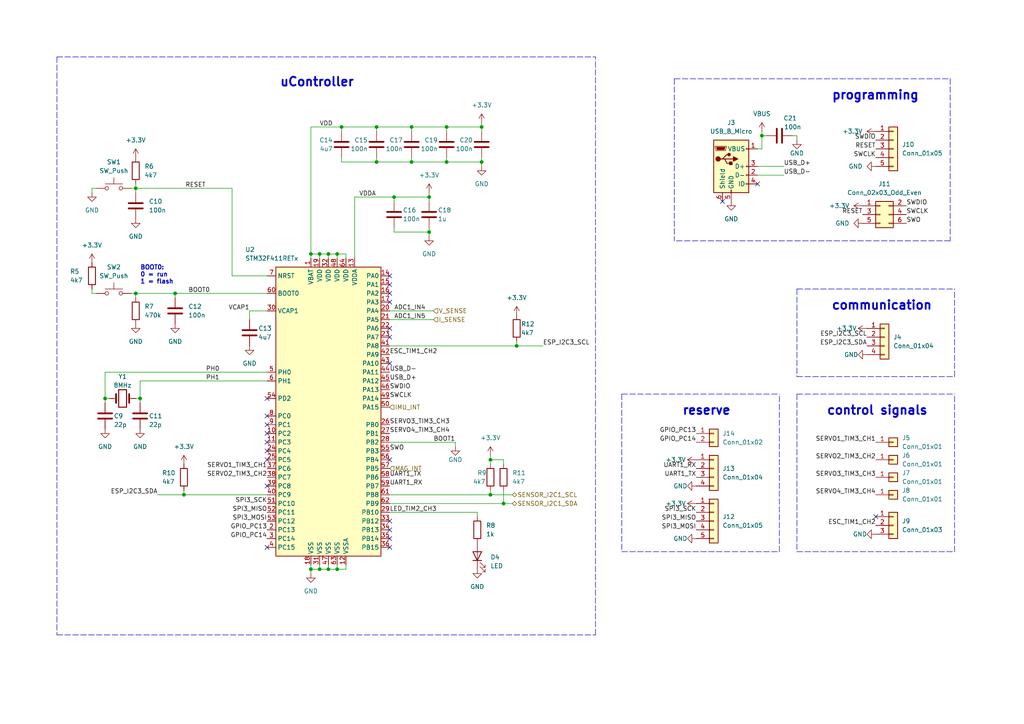
<source format=kicad_sch>
(kicad_sch (version 20211123) (generator eeschema)
  (paper "A4")
  (lib_symbols
    (symbol "Connector:USB_B_Micro" (pin_names (offset 1.016))
      (property "Reference" "J" (at -5.08 11.43 0))
      (property "Value" "USB_B_Micro" (at -5.08 8.89 0))
      (symbol "USB_B_Micro_0_1"
        (rectangle (start -5.08 -7.62) (end 5.08 7.62) (stroke (width 0.254)) (fill (type background)))
        (circle (center -3.81 2.159) (radius 0.635) (stroke (width 0.254)) (fill (type outline)))
        (circle (center -0.635 3.429) (radius 0.381) (stroke (width 0.254)) (fill (type outline)))
        (rectangle (start -0.127 -7.62) (end 0.127 -6.858))
        (polyline (pts (xy -1.905 2.159) (xy 0.635 2.159)) (stroke (width 0.254)))
        (polyline (pts (xy -3.175 2.159) (xy -2.54 2.159) (xy -1.27 3.429) (xy -0.635 3.429)) (stroke (width 0.254)))
        (polyline (pts (xy -2.54 2.159) (xy -1.905 2.159) (xy -1.27 0.889) (xy 0 0.889)) (stroke (width 0.254)))
        (polyline (pts (xy 0.635 2.794) (xy 0.635 1.524) (xy 1.905 2.159) (xy 0.635 2.794)) (stroke (width 0.254)) (fill (type outline)))
        (polyline (pts (xy -4.318 5.588) (xy -1.778 5.588) (xy -2.032 4.826) (xy -4.064 4.826) (xy -4.318 5.588)) (fill (type outline)))
        (polyline (pts (xy -4.699 5.842) (xy -4.699 5.588) (xy -4.445 4.826) (xy -4.445 4.572) (xy -1.651 4.572) (xy -1.651 4.826) (xy -1.397 5.588) (xy -1.397 5.842) (xy -4.699 5.842)))
        (rectangle (start 0.254 1.27) (end -0.508 0.508) (stroke (width 0.254)) (fill (type outline)))
        (rectangle (start 5.08 -5.207) (end 4.318 -4.953))
        (rectangle (start 5.08 -2.667) (end 4.318 -2.413))
        (rectangle (start 5.08 -0.127) (end 4.318 0.127))
        (rectangle (start 5.08 4.953) (end 4.318 5.207))
      )
      (symbol "USB_B_Micro_1_1"
        (pin power_out line (at 7.62 5.08 180) (length 2.54) (name "VBUS") (number "1"))
        (pin bidirectional line (at 7.62 -2.54 180) (length 2.54) (name "D-") (number "2"))
        (pin bidirectional line (at 7.62 0 180) (length 2.54) (name "D+") (number "3"))
        (pin passive line (at 7.62 -5.08 180) (length 2.54) (name "ID") (number "4"))
        (pin power_out line (at 0 -10.16 90) (length 2.54) (name "GND") (number "5"))
        (pin passive line (at -2.54 -10.16 90) (length 2.54) (name "Shield") (number "6"))
      )
    )
    (symbol "Connector_Generic:Conn_01x01" (pin_names (offset 1.016) hide)
      (property "Reference" "J" (at 0 2.54 0))
      (property "Value" "Conn_01x01" (at 0 -2.54 0))
      (symbol "Conn_01x01_1_1"
        (rectangle (start -1.27 0.127) (end 0 -0.127) (stroke (width 0.1524)))
        (rectangle (start -1.27 1.27) (end 1.27 -1.27) (stroke (width 0.254)) (fill (type background)))
        (pin passive line (at -5.08 0 0) (length 3.81) (name "Pin_1") (number "1"))
      )
    )
    (symbol "Connector_Generic:Conn_01x02" (pin_names (offset 1.016) hide)
      (property "Reference" "J" (at 0 2.54 0))
      (property "Value" "Conn_01x02" (at 0 -5.08 0))
      (symbol "Conn_01x02_1_1"
        (rectangle (start -1.27 -2.413) (end 0 -2.667) (stroke (width 0.1524)))
        (rectangle (start -1.27 0.127) (end 0 -0.127) (stroke (width 0.1524)))
        (rectangle (start -1.27 1.27) (end 1.27 -3.81) (stroke (width 0.254)) (fill (type background)))
        (pin passive line (at -5.08 0 0) (length 3.81) (name "Pin_1") (number "1"))
        (pin passive line (at -5.08 -2.54 0) (length 3.81) (name "Pin_2") (number "2"))
      )
    )
    (symbol "Connector_Generic:Conn_01x03" (pin_names (offset 1.016) hide)
      (property "Reference" "J" (at 0 5.08 0))
      (property "Value" "Conn_01x03" (at 0 -5.08 0))
      (symbol "Conn_01x03_1_1"
        (rectangle (start -1.27 -2.413) (end 0 -2.667) (stroke (width 0.1524)))
        (rectangle (start -1.27 0.127) (end 0 -0.127) (stroke (width 0.1524)))
        (rectangle (start -1.27 2.667) (end 0 2.413) (stroke (width 0.1524)))
        (rectangle (start -1.27 3.81) (end 1.27 -3.81) (stroke (width 0.254)) (fill (type background)))
        (pin passive line (at -5.08 2.54 0) (length 3.81) (name "Pin_1") (number "1"))
        (pin passive line (at -5.08 0 0) (length 3.81) (name "Pin_2") (number "2"))
        (pin passive line (at -5.08 -2.54 0) (length 3.81) (name "Pin_3") (number "3"))
      )
    )
    (symbol "Connector_Generic:Conn_01x04" (pin_names (offset 1.016) hide)
      (property "Reference" "J" (at 0 5.08 0))
      (property "Value" "Conn_01x04" (at 0 -7.62 0))
      (symbol "Conn_01x04_1_1"
        (rectangle (start -1.27 -4.953) (end 0 -5.207) (stroke (width 0.1524)))
        (rectangle (start -1.27 -2.413) (end 0 -2.667) (stroke (width 0.1524)))
        (rectangle (start -1.27 0.127) (end 0 -0.127) (stroke (width 0.1524)))
        (rectangle (start -1.27 2.667) (end 0 2.413) (stroke (width 0.1524)))
        (rectangle (start -1.27 3.81) (end 1.27 -6.35) (stroke (width 0.254)) (fill (type background)))
        (pin passive line (at -5.08 2.54 0) (length 3.81) (name "Pin_1") (number "1"))
        (pin passive line (at -5.08 0 0) (length 3.81) (name "Pin_2") (number "2"))
        (pin passive line (at -5.08 -2.54 0) (length 3.81) (name "Pin_3") (number "3"))
        (pin passive line (at -5.08 -5.08 0) (length 3.81) (name "Pin_4") (number "4"))
      )
    )
    (symbol "Connector_Generic:Conn_01x05" (pin_names (offset 1.016) hide)
      (property "Reference" "J" (at 0 7.62 0))
      (property "Value" "Conn_01x05" (at 0 -7.62 0))
      (symbol "Conn_01x05_1_1"
        (rectangle (start -1.27 -4.953) (end 0 -5.207) (stroke (width 0.1524)))
        (rectangle (start -1.27 -2.413) (end 0 -2.667) (stroke (width 0.1524)))
        (rectangle (start -1.27 0.127) (end 0 -0.127) (stroke (width 0.1524)))
        (rectangle (start -1.27 2.667) (end 0 2.413) (stroke (width 0.1524)))
        (rectangle (start -1.27 5.207) (end 0 4.953) (stroke (width 0.1524)))
        (rectangle (start -1.27 6.35) (end 1.27 -6.35) (stroke (width 0.254)) (fill (type background)))
        (pin passive line (at -5.08 5.08 0) (length 3.81) (name "Pin_1") (number "1"))
        (pin passive line (at -5.08 2.54 0) (length 3.81) (name "Pin_2") (number "2"))
        (pin passive line (at -5.08 0 0) (length 3.81) (name "Pin_3") (number "3"))
        (pin passive line (at -5.08 -2.54 0) (length 3.81) (name "Pin_4") (number "4"))
        (pin passive line (at -5.08 -5.08 0) (length 3.81) (name "Pin_5") (number "5"))
      )
    )
    (symbol "Connector_Generic:Conn_02x03_Odd_Even" (pin_names (offset 1.016) hide)
      (property "Reference" "J" (at 1.27 5.08 0))
      (property "Value" "Conn_02x03_Odd_Even" (at 1.27 -5.08 0))
      (symbol "Conn_02x03_Odd_Even_1_1"
        (rectangle (start -1.27 -2.413) (end 0 -2.667) (stroke (width 0.1524)))
        (rectangle (start -1.27 0.127) (end 0 -0.127) (stroke (width 0.1524)))
        (rectangle (start -1.27 2.667) (end 0 2.413) (stroke (width 0.1524)))
        (rectangle (start -1.27 3.81) (end 3.81 -3.81) (stroke (width 0.254)) (fill (type background)))
        (rectangle (start 3.81 -2.413) (end 2.54 -2.667) (stroke (width 0.1524)))
        (rectangle (start 3.81 0.127) (end 2.54 -0.127) (stroke (width 0.1524)))
        (rectangle (start 3.81 2.667) (end 2.54 2.413) (stroke (width 0.1524)))
        (pin passive line (at -5.08 2.54 0) (length 3.81) (name "Pin_1") (number "1"))
        (pin passive line (at 7.62 2.54 180) (length 3.81) (name "Pin_2") (number "2"))
        (pin passive line (at -5.08 0 0) (length 3.81) (name "Pin_3") (number "3"))
        (pin passive line (at 7.62 0 180) (length 3.81) (name "Pin_4") (number "4"))
        (pin passive line (at -5.08 -2.54 0) (length 3.81) (name "Pin_5") (number "5"))
        (pin passive line (at 7.62 -2.54 180) (length 3.81) (name "Pin_6") (number "6"))
      )
    )
    (symbol "Device:C" (pin_numbers hide) (pin_names (offset 0.254))
      (property "Reference" "C" (at 0.635 2.54 0))
      (property "Value" "C" (at 0.635 -2.54 0))
      (symbol "C_0_1"
        (polyline (pts (xy -2.032 -0.762) (xy 2.032 -0.762)) (stroke (width 0.508)))
        (polyline (pts (xy -2.032 0.762) (xy 2.032 0.762)) (stroke (width 0.508)))
      )
      (symbol "C_1_1"
        (pin passive line (at 0 3.81 270) (length 2.794) (name "~") (number "1"))
        (pin passive line (at 0 -3.81 90) (length 2.794) (name "~") (number "2"))
      )
    )
    (symbol "Device:Crystal" (pin_numbers hide) (pin_names (offset 1.016) hide)
      (property "Reference" "Y" (at 0 3.81 0))
      (property "Value" "Crystal" (at 0 -3.81 0))
      (symbol "Crystal_0_1"
        (rectangle (start -1.143 2.54) (end 1.143 -2.54) (stroke (width 0.3048)))
        (polyline (pts (xy -2.54 0) (xy -1.905 0)))
        (polyline (pts (xy -1.905 -1.27) (xy -1.905 1.27)) (stroke (width 0.508)))
        (polyline (pts (xy 1.905 -1.27) (xy 1.905 1.27)) (stroke (width 0.508)))
        (polyline (pts (xy 2.54 0) (xy 1.905 0)))
      )
      (symbol "Crystal_1_1"
        (pin passive line (at -3.81 0 0) (length 1.27) (name "1") (number "1"))
        (pin passive line (at 3.81 0 180) (length 1.27) (name "2") (number "2"))
      )
    )
    (symbol "Device:LED" (pin_numbers hide) (pin_names (offset 1.016) hide)
      (property "Reference" "D" (at 0 2.54 0))
      (property "Value" "LED" (at 0 -2.54 0))
      (symbol "LED_0_1"
        (polyline (pts (xy -1.27 -1.27) (xy -1.27 1.27)) (stroke (width 0.254)))
        (polyline (pts (xy -1.27 0) (xy 1.27 0)))
        (polyline (pts (xy 1.27 -1.27) (xy 1.27 1.27) (xy -1.27 0) (xy 1.27 -1.27)) (stroke (width 0.254)))
        (polyline (pts (xy -3.048 -0.762) (xy -4.572 -2.286) (xy -3.81 -2.286) (xy -4.572 -2.286) (xy -4.572 -1.524)))
        (polyline (pts (xy -1.778 -0.762) (xy -3.302 -2.286) (xy -2.54 -2.286) (xy -3.302 -2.286) (xy -3.302 -1.524)))
      )
      (symbol "LED_1_1"
        (pin passive line (at -3.81 0 0) (length 2.54) (name "K") (number "1"))
        (pin passive line (at 3.81 0 180) (length 2.54) (name "A") (number "2"))
      )
    )
    (symbol "Device:R" (pin_numbers hide) (pin_names (offset 0))
      (property "Reference" "R" (at 2.032 0 90))
      (property "Value" "R" (at 0 0 90))
      (symbol "R_0_1"
        (rectangle (start -1.016 -2.54) (end 1.016 2.54) (stroke (width 0.254)))
      )
      (symbol "R_1_1"
        (pin passive line (at 0 3.81 270) (length 1.27) (name "~") (number "1"))
        (pin passive line (at 0 -3.81 90) (length 1.27) (name "~") (number "2"))
      )
    )
    (symbol "MCU_ST_STM32F4:STM32F411RETx"
      (property "Reference" "U" (at -15.24 41.91 0))
      (property "Value" "STM32F411RETx" (at 10.16 41.91 0))
      (symbol "STM32F411RETx_0_1"
        (rectangle (start -15.24 -43.18) (end 15.24 40.64) (stroke (width 0.254)) (fill (type background)))
      )
      (symbol "STM32F411RETx_1_1"
        (pin power_in line (at -5.08 43.18 270) (length 2.54) (name "VBAT") (number "1"))
        (pin bidirectional line (at -17.78 -7.62 0) (length 2.54) (name "PC2") (number "10"))
        (pin bidirectional line (at -17.78 -10.16 0) (length 2.54) (name "PC3") (number "11"))
        (pin power_in line (at 5.08 -45.72 90) (length 2.54) (name "VSSA") (number "12"))
        (pin power_in line (at 7.62 43.18 270) (length 2.54) (name "VDDA") (number "13"))
        (pin bidirectional line (at 17.78 38.1 180) (length 2.54) (name "PA0") (number "14"))
        (pin bidirectional line (at 17.78 35.56 180) (length 2.54) (name "PA1") (number "15"))
        (pin bidirectional line (at 17.78 33.02 180) (length 2.54) (name "PA2") (number "16"))
        (pin bidirectional line (at 17.78 30.48 180) (length 2.54) (name "PA3") (number "17"))
        (pin power_in line (at -5.08 -45.72 90) (length 2.54) (name "VSS") (number "18"))
        (pin power_in line (at -2.54 43.18 270) (length 2.54) (name "VDD") (number "19"))
        (pin bidirectional line (at -17.78 -35.56 0) (length 2.54) (name "PC13") (number "2"))
        (pin bidirectional line (at 17.78 27.94 180) (length 2.54) (name "PA4") (number "20"))
        (pin bidirectional line (at 17.78 25.4 180) (length 2.54) (name "PA5") (number "21"))
        (pin bidirectional line (at 17.78 22.86 180) (length 2.54) (name "PA6") (number "22"))
        (pin bidirectional line (at 17.78 20.32 180) (length 2.54) (name "PA7") (number "23"))
        (pin bidirectional line (at -17.78 -12.7 0) (length 2.54) (name "PC4") (number "24"))
        (pin bidirectional line (at -17.78 -15.24 0) (length 2.54) (name "PC5") (number "25"))
        (pin bidirectional line (at 17.78 -5.08 180) (length 2.54) (name "PB0") (number "26"))
        (pin bidirectional line (at 17.78 -7.62 180) (length 2.54) (name "PB1") (number "27"))
        (pin bidirectional line (at 17.78 -10.16 180) (length 2.54) (name "PB2") (number "28"))
        (pin bidirectional line (at 17.78 -30.48 180) (length 2.54) (name "PB10") (number "29"))
        (pin bidirectional line (at -17.78 -38.1 0) (length 2.54) (name "PC14") (number "3"))
        (pin power_in line (at -17.78 27.94 0) (length 2.54) (name "VCAP1") (number "30"))
        (pin power_in line (at -2.54 -45.72 90) (length 2.54) (name "VSS") (number "31"))
        (pin power_in line (at 0 43.18 270) (length 2.54) (name "VDD") (number "32"))
        (pin bidirectional line (at 17.78 -33.02 180) (length 2.54) (name "PB12") (number "33"))
        (pin bidirectional line (at 17.78 -35.56 180) (length 2.54) (name "PB13") (number "34"))
        (pin bidirectional line (at 17.78 -38.1 180) (length 2.54) (name "PB14") (number "35"))
        (pin bidirectional line (at 17.78 -40.64 180) (length 2.54) (name "PB15") (number "36"))
        (pin bidirectional line (at -17.78 -17.78 0) (length 2.54) (name "PC6") (number "37"))
        (pin bidirectional line (at -17.78 -20.32 0) (length 2.54) (name "PC7") (number "38"))
        (pin bidirectional line (at -17.78 -22.86 0) (length 2.54) (name "PC8") (number "39"))
        (pin bidirectional line (at -17.78 -40.64 0) (length 2.54) (name "PC15") (number "4"))
        (pin bidirectional line (at -17.78 -25.4 0) (length 2.54) (name "PC9") (number "40"))
        (pin bidirectional line (at 17.78 17.78 180) (length 2.54) (name "PA8") (number "41"))
        (pin bidirectional line (at 17.78 15.24 180) (length 2.54) (name "PA9") (number "42"))
        (pin bidirectional line (at 17.78 12.7 180) (length 2.54) (name "PA10") (number "43"))
        (pin bidirectional line (at 17.78 10.16 180) (length 2.54) (name "PA11") (number "44"))
        (pin bidirectional line (at 17.78 7.62 180) (length 2.54) (name "PA12") (number "45"))
        (pin bidirectional line (at 17.78 5.08 180) (length 2.54) (name "PA13") (number "46"))
        (pin power_in line (at 0 -45.72 90) (length 2.54) (name "VSS") (number "47"))
        (pin power_in line (at 2.54 43.18 270) (length 2.54) (name "VDD") (number "48"))
        (pin bidirectional line (at 17.78 2.54 180) (length 2.54) (name "PA14") (number "49"))
        (pin input line (at -17.78 10.16 0) (length 2.54) (name "PH0") (number "5"))
        (pin bidirectional line (at 17.78 0 180) (length 2.54) (name "PA15") (number "50"))
        (pin bidirectional line (at -17.78 -27.94 0) (length 2.54) (name "PC10") (number "51"))
        (pin bidirectional line (at -17.78 -30.48 0) (length 2.54) (name "PC11") (number "52"))
        (pin bidirectional line (at -17.78 -33.02 0) (length 2.54) (name "PC12") (number "53"))
        (pin bidirectional line (at -17.78 2.54 0) (length 2.54) (name "PD2") (number "54"))
        (pin bidirectional line (at 17.78 -12.7 180) (length 2.54) (name "PB3") (number "55"))
        (pin bidirectional line (at 17.78 -15.24 180) (length 2.54) (name "PB4") (number "56"))
        (pin bidirectional line (at 17.78 -17.78 180) (length 2.54) (name "PB5") (number "57"))
        (pin bidirectional line (at 17.78 -20.32 180) (length 2.54) (name "PB6") (number "58"))
        (pin bidirectional line (at 17.78 -22.86 180) (length 2.54) (name "PB7") (number "59"))
        (pin input line (at -17.78 7.62 0) (length 2.54) (name "PH1") (number "6"))
        (pin input line (at -17.78 33.02 0) (length 2.54) (name "BOOT0") (number "60"))
        (pin bidirectional line (at 17.78 -25.4 180) (length 2.54) (name "PB8") (number "61"))
        (pin bidirectional line (at 17.78 -27.94 180) (length 2.54) (name "PB9") (number "62"))
        (pin power_in line (at 2.54 -45.72 90) (length 2.54) (name "VSS") (number "63"))
        (pin power_in line (at 5.08 43.18 270) (length 2.54) (name "VDD") (number "64"))
        (pin input line (at -17.78 38.1 0) (length 2.54) (name "NRST") (number "7"))
        (pin bidirectional line (at -17.78 -2.54 0) (length 2.54) (name "PC0") (number "8"))
        (pin bidirectional line (at -17.78 -5.08 0) (length 2.54) (name "PC1") (number "9"))
      )
    )
    (symbol "Switch:SW_Push" (pin_numbers hide) (pin_names (offset 1.016) hide)
      (property "Reference" "SW" (at 1.27 2.54 0))
      (property "Value" "SW_Push" (at 0 -1.524 0))
      (symbol "SW_Push_0_1"
        (circle (center -2.032 0) (radius 0.508))
        (polyline (pts (xy 0 1.27) (xy 0 3.048)))
        (polyline (pts (xy 2.54 1.27) (xy -2.54 1.27)))
        (circle (center 2.032 0) (radius 0.508))
        (pin passive line (at -5.08 0 0) (length 2.54) (name "1") (number "1"))
        (pin passive line (at 5.08 0 180) (length 2.54) (name "2") (number "2"))
      )
    )
    (symbol "power:+3.3V" (power) (pin_names (offset 0))
      (property "Value" "+3.3V" (at 0 3.556 0))
      (symbol "+3.3V_0_1"
        (polyline (pts (xy -0.762 1.27) (xy 0 2.54)))
        (polyline (pts (xy 0 0) (xy 0 2.54)))
        (polyline (pts (xy 0 2.54) (xy 0.762 1.27)))
      )
      (symbol "+3.3V_1_1"
        (pin power_in line (at 0 0 90) (length 0) hide (name "+3.3V") (number "1"))
      )
    )
    (symbol "power:GND" (power) (pin_names (offset 0))
      (property "Value" "GND" (at 0 -3.81 0))
      (symbol "GND_0_1"
        (polyline (pts (xy 0 0) (xy 0 -1.27) (xy 1.27 -1.27) (xy 0 -2.54) (xy -1.27 -1.27) (xy 0 -1.27)))
      )
      (symbol "GND_1_1"
        (pin power_in line (at 0 0 270) (length 0) hide (name "GND") (number "1"))
      )
    )
    (symbol "power:VBUS" (power) (pin_names (offset 0))
      (property "Value" "VBUS" (at 0 3.81 0))
      (symbol "VBUS_0_1"
        (polyline (pts (xy -0.762 1.27) (xy 0 2.54)))
        (polyline (pts (xy 0 0) (xy 0 2.54)))
        (polyline (pts (xy 0 2.54) (xy 0.762 1.27)))
      )
      (symbol "VBUS_1_1"
        (pin power_in line (at 0 0 90) (length 0) hide (name "VBUS") (number "1"))
      )
    )
  )
  (junction (at 53.34 143.51))
  (junction (at 124.46 67.31))
  (junction (at 129.54 36.83))
  (junction (at 90.17 165.1))
  (junction (at 109.22 36.83))
  (junction (at 149.86 100.33))
  (junction (at 124.46 57.15))
  (junction (at 139.7 46.99))
  (junction (at 90.17 73.66))
  (junction (at 142.24 133.35))
  (junction (at 119.38 36.83))
  (junction (at 114.3 57.15))
  (junction (at 139.7 36.83))
  (junction (at 142.24 143.51))
  (junction (at 97.79 73.66))
  (junction (at 97.79 165.1))
  (junction (at 50.8 85.09))
  (junction (at 129.54 46.99))
  (junction (at 109.22 46.99))
  (junction (at 92.71 165.1))
  (junction (at 39.37 54.61))
  (junction (at 92.71 73.66))
  (junction (at 220.98 39.37))
  (junction (at 95.25 165.1))
  (junction (at 119.38 46.99))
  (junction (at 40.64 115.57))
  (junction (at 146.05 146.05))
  (junction (at 95.25 73.66))
  (junction (at 30.48 115.57))
  (junction (at 39.37 85.09))
  (junction (at 99.06 36.83))
  (no_connect (at 77.47 125.73))
  (no_connect (at 113.03 105.41))
  (no_connect (at 219.71 53.34))
  (no_connect (at 113.03 153.67))
  (no_connect (at 254 149.86))
  (no_connect (at 113.03 151.13))
  (no_connect (at 77.47 123.19))
  (no_connect (at 77.47 130.81))
  (no_connect (at 77.47 158.75))
  (no_connect (at 77.47 140.97))
  (no_connect (at 77.47 115.57))
  (no_connect (at 77.47 128.27))
  (no_connect (at 113.03 133.35))
  (no_connect (at 113.03 95.25))
  (no_connect (at 113.03 97.79))
  (no_connect (at 77.47 133.35))
  (no_connect (at 77.47 120.65))
  (no_connect (at 113.03 85.09))
  (no_connect (at 113.03 82.55))
  (no_connect (at 113.03 80.01))
  (no_connect (at 113.03 87.63))
  (no_connect (at 209.55 58.42))
  (no_connect (at 113.03 156.21))
  (no_connect (at 113.03 158.75))
  (wire (pts (xy 142.24 133.35) (xy 146.05 133.35)))
  (wire (pts (xy 109.22 36.83) (xy 99.06 36.83)))
  (wire (pts (xy 92.71 73.66) (xy 95.25 73.66)))
  (wire (pts (xy 39.37 54.61) (xy 67.31 54.61)))
  (wire (pts (xy 124.46 67.31) (xy 114.3 67.31)))
  (wire (pts (xy 139.7 36.83) (xy 139.7 38.1)))
  (wire (pts (xy 77.47 90.17) (xy 72.39 90.17)))
  (polyline (pts (xy 180.34 114.3) (xy 226.06 114.3)))
  (wire (pts (xy 219.71 48.26) (xy 227.33 48.26)))
  (wire (pts (xy 124.46 57.15) (xy 124.46 58.42)))
  (wire (pts (xy 109.22 46.99) (xy 109.22 45.72)))
  (wire (pts (xy 146.05 146.05) (xy 148.59 146.05)))
  (wire (pts (xy 113.03 143.51) (xy 142.24 143.51)))
  (wire (pts (xy 146.05 146.05) (xy 146.05 142.24)))
  (wire (pts (xy 129.54 36.83) (xy 119.38 36.83)))
  (polyline (pts (xy 172.72 184.15) (xy 172.72 16.51)))
  (polyline (pts (xy 16.51 16.51) (xy 172.72 16.51)))
  (wire (pts (xy 220.98 39.37) (xy 220.98 38.1)))
  (polyline (pts (xy 16.51 16.51) (xy 16.51 184.15)))
  (wire (pts (xy 90.17 74.93) (xy 90.17 73.66)))
  (wire (pts (xy 149.86 99.06) (xy 149.86 100.33)))
  (wire (pts (xy 67.31 54.61) (xy 67.31 80.01)))
  (wire (pts (xy 119.38 36.83) (xy 119.38 38.1)))
  (wire (pts (xy 219.71 43.18) (xy 220.98 43.18)))
  (wire (pts (xy 220.98 39.37) (xy 222.25 39.37)))
  (wire (pts (xy 39.37 85.09) (xy 39.37 86.36)))
  (wire (pts (xy 27.94 54.61) (xy 26.67 54.61)))
  (wire (pts (xy 132.08 128.27) (xy 113.03 128.27)))
  (wire (pts (xy 139.7 48.26) (xy 139.7 46.99)))
  (wire (pts (xy 40.64 110.49) (xy 40.64 115.57)))
  (wire (pts (xy 113.03 100.33) (xy 149.86 100.33)))
  (wire (pts (xy 100.33 165.1) (xy 100.33 163.83)))
  (wire (pts (xy 109.22 36.83) (xy 109.22 38.1)))
  (wire (pts (xy 45.72 143.51) (xy 53.34 143.51)))
  (polyline (pts (xy 180.34 114.3) (xy 180.34 160.02)))
  (wire (pts (xy 27.94 85.09) (xy 26.67 85.09)))
  (wire (pts (xy 100.33 73.66) (xy 100.33 74.93)))
  (polyline (pts (xy 231.14 160.02) (xy 276.86 160.02)))
  (wire (pts (xy 113.03 92.71) (xy 125.73 92.71)))
  (wire (pts (xy 72.39 90.17) (xy 72.39 92.71)))
  (wire (pts (xy 38.1 54.61) (xy 39.37 54.61)))
  (wire (pts (xy 99.06 36.83) (xy 99.06 38.1)))
  (wire (pts (xy 142.24 132.08) (xy 142.24 133.35)))
  (wire (pts (xy 139.7 46.99) (xy 129.54 46.99)))
  (wire (pts (xy 92.71 73.66) (xy 92.71 74.93)))
  (wire (pts (xy 142.24 133.35) (xy 142.24 134.62)))
  (wire (pts (xy 139.7 36.83) (xy 129.54 36.83)))
  (polyline (pts (xy 276.86 109.22) (xy 276.86 83.82)))
  (wire (pts (xy 139.7 35.56) (xy 139.7 36.83)))
  (polyline (pts (xy 276.86 160.02) (xy 276.86 114.3)))
  (wire (pts (xy 95.25 165.1) (xy 95.25 163.83)))
  (wire (pts (xy 149.86 100.33) (xy 157.48 100.33)))
  (wire (pts (xy 97.79 73.66) (xy 100.33 73.66)))
  (wire (pts (xy 102.87 57.15) (xy 114.3 57.15)))
  (wire (pts (xy 90.17 163.83) (xy 90.17 165.1)))
  (wire (pts (xy 90.17 73.66) (xy 92.71 73.66)))
  (wire (pts (xy 90.17 36.83) (xy 90.17 73.66)))
  (wire (pts (xy 113.03 148.59) (xy 138.43 148.59)))
  (wire (pts (xy 119.38 46.99) (xy 119.38 45.72)))
  (wire (pts (xy 129.54 46.99) (xy 119.38 46.99)))
  (wire (pts (xy 40.64 115.57) (xy 40.64 116.84)))
  (wire (pts (xy 53.34 143.51) (xy 77.47 143.51)))
  (wire (pts (xy 114.3 67.31) (xy 114.3 66.04)))
  (wire (pts (xy 53.34 142.24) (xy 53.34 143.51)))
  (wire (pts (xy 90.17 36.83) (xy 99.06 36.83)))
  (wire (pts (xy 119.38 46.99) (xy 109.22 46.99)))
  (wire (pts (xy 124.46 67.31) (xy 124.46 66.04)))
  (wire (pts (xy 102.87 74.93) (xy 102.87 57.15)))
  (polyline (pts (xy 195.58 22.86) (xy 195.58 69.85)))
  (wire (pts (xy 114.3 57.15) (xy 114.3 58.42)))
  (wire (pts (xy 30.48 115.57) (xy 30.48 116.84)))
  (wire (pts (xy 92.71 163.83) (xy 92.71 165.1)))
  (wire (pts (xy 39.37 85.09) (xy 50.8 85.09)))
  (wire (pts (xy 97.79 165.1) (xy 100.33 165.1)))
  (wire (pts (xy 146.05 133.35) (xy 146.05 134.62)))
  (wire (pts (xy 119.38 36.83) (xy 109.22 36.83)))
  (polyline (pts (xy 275.59 22.86) (xy 275.59 69.85)))
  (wire (pts (xy 30.48 107.95) (xy 30.48 115.57)))
  (wire (pts (xy 138.43 148.59) (xy 138.43 149.86)))
  (polyline (pts (xy 275.59 69.85) (xy 195.58 69.85)))
  (polyline (pts (xy 180.34 160.02) (xy 226.06 160.02)))
  (wire (pts (xy 92.71 165.1) (xy 95.25 165.1)))
  (wire (pts (xy 30.48 115.57) (xy 31.75 115.57)))
  (wire (pts (xy 50.8 85.09) (xy 77.47 85.09)))
  (polyline (pts (xy 195.58 22.86) (xy 275.59 22.86)))
  (wire (pts (xy 109.22 46.99) (xy 99.06 46.99)))
  (wire (pts (xy 132.08 129.54) (xy 132.08 128.27)))
  (wire (pts (xy 26.67 85.09) (xy 26.67 83.82)))
  (polyline (pts (xy 231.14 114.3) (xy 276.86 114.3)))
  (wire (pts (xy 231.14 39.37) (xy 231.14 40.64)))
  (wire (pts (xy 229.87 39.37) (xy 231.14 39.37)))
  (wire (pts (xy 95.25 165.1) (xy 97.79 165.1)))
  (wire (pts (xy 124.46 57.15) (xy 124.46 55.88)))
  (polyline (pts (xy 231.14 114.3) (xy 231.14 160.02)))
  (polyline (pts (xy 226.06 160.02) (xy 226.06 114.3)))
  (wire (pts (xy 124.46 68.58) (xy 124.46 67.31)))
  (wire (pts (xy 50.8 85.09) (xy 50.8 86.36)))
  (wire (pts (xy 142.24 143.51) (xy 142.24 142.24)))
  (wire (pts (xy 90.17 165.1) (xy 92.71 165.1)))
  (polyline (pts (xy 231.14 83.82) (xy 276.86 83.82)))
  (wire (pts (xy 67.31 80.01) (xy 77.47 80.01)))
  (wire (pts (xy 114.3 57.15) (xy 124.46 57.15)))
  (wire (pts (xy 77.47 107.95) (xy 30.48 107.95)))
  (wire (pts (xy 77.47 110.49) (xy 40.64 110.49)))
  (wire (pts (xy 97.79 73.66) (xy 97.79 74.93)))
  (wire (pts (xy 97.79 165.1) (xy 97.79 163.83)))
  (polyline (pts (xy 16.51 184.15) (xy 172.72 184.15)))
  (wire (pts (xy 95.25 73.66) (xy 97.79 73.66)))
  (wire (pts (xy 40.64 115.57) (xy 39.37 115.57)))
  (wire (pts (xy 220.98 43.18) (xy 220.98 39.37)))
  (wire (pts (xy 129.54 46.99) (xy 129.54 45.72)))
  (wire (pts (xy 90.17 165.1) (xy 90.17 166.37)))
  (wire (pts (xy 113.03 146.05) (xy 146.05 146.05)))
  (wire (pts (xy 99.06 46.99) (xy 99.06 45.72)))
  (wire (pts (xy 39.37 54.61) (xy 39.37 53.34)))
  (wire (pts (xy 26.67 54.61) (xy 26.67 55.88)))
  (polyline (pts (xy 231.14 83.82) (xy 231.14 109.22)))
  (wire (pts (xy 113.03 90.17) (xy 125.73 90.17)))
  (wire (pts (xy 139.7 46.99) (xy 139.7 45.72)))
  (polyline (pts (xy 231.14 109.22) (xy 276.86 109.22)))
  (wire (pts (xy 219.71 50.8) (xy 227.33 50.8)))
  (wire (pts (xy 39.37 54.61) (xy 39.37 55.88)))
  (wire (pts (xy 129.54 36.83) (xy 129.54 38.1)))
  (wire (pts (xy 38.1 85.09) (xy 39.37 85.09)))
  (wire (pts (xy 95.25 73.66) (xy 95.25 74.93)))
  (wire (pts (xy 142.24 143.51) (xy 148.59 143.51)))
  (text "BOOT0:\n0 = run\n1 = flash" (at 40.64 82.55 0) (effects (font (size 1.27 1.27) (thickness 0.254) bold) (justify left bottom)))
  (text "programming" (at 266.7 29.21 180) (effects (font (size 2.54 2.54) (thickness 0.508) bold) (justify right bottom)))
  (text "uController" (at 102.87 25.4 180) (effects (font (size 2.54 2.54) (thickness 0.508) bold) (justify right bottom)))
  (text "reserve" (at 212.09 120.65 180) (effects (font (size 2.54 2.54) (thickness 0.508) bold) (justify right bottom)))
  (text "communication" (at 270.51 90.17 180) (effects (font (size 2.54 2.54) (thickness 0.508) bold) (justify right bottom)))
  (text "control signals" (at 269.24 120.65 180) (effects (font (size 2.54 2.54) (thickness 0.508) bold) (justify right bottom)))
  (label "GPIO_PC13" (at 201.93 125.73 180))
  (label "UART1_RX" (at 113.03 140.97 0))
  (label "USB_D+" (at 227.33 48.26 0))
  (label "VDDA" (at 104.14 57.15 0))
  (label "ESP_I2C3_SDA" (at 251.46 100.33 180))
  (label "UART1_TX" (at 201.93 138.43 180))
  (label "ESC_TIM1_CH2" (at 113.03 102.87 0))
  (label "RESET" (at 250.19 62.23 180))
  (label "SERVO1_TIM3_CH1" (at 77.47 135.89 180))
  (label "SPI3_MISO" (at 77.47 148.59 180))
  (label "SPI3_SCK" (at 77.47 146.05 180))
  (label "SPI3_MISO" (at 201.93 151.13 180))
  (label "USB_D-" (at 113.03 107.95 0))
  (label "UART1_TX" (at 113.03 138.43 0))
  (label "VCAP1" (at 72.39 90.17 180))
  (label "ADC1_IN5" (at 114.3 92.71 0))
  (label "PH0" (at 59.69 107.95 0))
  (label "SERVO2_TIM3_CH2" (at 77.47 138.43 180))
  (label "SWCLK" (at 254 45.72 180))
  (label "SERVO4_TIM3_CH4" (at 113.03 125.73 0))
  (label "SERVO3_TIM3_CH3" (at 254 138.43 180))
  (label "SERVO2_TIM3_CH2" (at 254 133.35 180))
  (label "SPI3_MOSI" (at 201.93 153.67 180))
  (label "SERVO3_TIM3_CH3" (at 113.03 123.19 0))
  (label "ESP_I2C3_SCL" (at 157.48 100.33 0))
  (label "USB_D+" (at 113.03 110.49 0))
  (label "SWCLK" (at 262.89 62.23 0))
  (label "GPIO_PC13" (at 77.47 153.67 180))
  (label "LED_TIM2_CH3" (at 113.03 148.59 0))
  (label "ESC_TIM1_CH2" (at 254 152.4 180))
  (label "VDD" (at 96.52 36.83 180))
  (label "SERVO1_TIM3_CH1" (at 254 128.27 180))
  (label "SWDIO" (at 254 40.64 180))
  (label "SERVO4_TIM3_CH4" (at 254 143.51 180))
  (label "USB_D-" (at 227.33 50.8 0))
  (label "SPI3_SCK" (at 201.93 148.59 180))
  (label "SWO" (at 113.03 130.81 0))
  (label "UART1_RX" (at 201.93 135.89 180))
  (label "GPIO_PC14" (at 201.93 128.27 180))
  (label "SWDIO" (at 262.89 59.69 0))
  (label "RESET" (at 59.69 54.61 180))
  (label "ESP_I2C3_SCL" (at 251.46 97.79 180))
  (label "ADC1_IN4" (at 114.3 90.17 0))
  (label "ESP_I2C3_SDA" (at 45.72 143.51 180))
  (label "GPIO_PC14" (at 77.47 156.21 180))
  (label "RESET" (at 254 43.18 180))
  (label "SWDIO" (at 113.03 113.03 0))
  (label "SPI3_MOSI" (at 77.47 151.13 180))
  (label "SWO" (at 262.89 64.77 0))
  (label "BOOT0" (at 54.61 85.09 0))
  (label "SWCLK" (at 113.03 115.57 0))
  (label "PH1" (at 59.69 110.49 0))
  (label "BOOT1" (at 125.73 128.27 0))
  (hierarchical_label "I_SENSE" (shape input) (at 125.73 92.71 0))
  (hierarchical_label "SENSOR_I2C1_SCL" (shape bidirectional) (at 148.59 143.51 0))
  (hierarchical_label "V_SENSE" (shape input) (at 125.73 90.17 0))
  (hierarchical_label "IMU_INT" (shape input) (at 113.03 118.11 0))
  (hierarchical_label "MAG_INT" (shape input) (at 113.03 135.89 0))
  (hierarchical_label "SENSOR_I2C1_SDA" (shape bidirectional) (at 148.59 146.05 0))
  (symbol (lib_id "power:GND") (at 250.19 64.77 270) (unit 1)
    (property "Reference" "#PWR0102" (effects hide))
    (property "Value" "GND" (at 246.38 64.7699 90) (effects (justify right)))
  )
  (symbol (lib_id "power:GND") (at 30.48 124.46 0) (unit 1)
    (property "Reference" "#PWR016" (effects hide))
    (property "Value" "GND" (at 30.48 129.54 0))
  )
  (symbol (lib_id "Device:C") (at 119.38 41.91 0) (mirror y) (unit 1)
    (property "Reference" "C17" (at 116.84 40.64 0) (effects (justify left)))
    (property "Value" "100n" (at 116.84 43.18 0) (effects (justify left)))
    (property "Footprint" "Capacitor_SMD:C_0603_1608Metric" (effects hide))
  )
  (symbol (lib_id "Device:C") (at 72.39 96.52 0) (unit 1)
    (property "Reference" "C13" (at 74.93 95.25 0) (effects (justify left)))
    (property "Value" "4u7" (at 74.93 97.79 0) (effects (justify left)))
    (property "Footprint" "Capacitor_SMD:C_0603_1608Metric" (effects hide))
  )
  (symbol (lib_id "Connector_Generic:Conn_01x01") (at 259.08 133.35 0) (unit 1)
    (property "Reference" "J6" (at 261.62 132.0799 0) (effects (justify left)))
    (property "Value" "Conn_01x01" (at 261.62 134.6199 0) (effects (justify left)))
    (property "Footprint" "goose:tht_pin_01x01" (effects hide))
  )
  (symbol (lib_id "Device:C") (at 30.48 120.65 0) (unit 1)
    (property "Reference" "C9" (at 33.02 120.65 0) (effects (justify left)))
    (property "Value" "22p" (at 33.02 123.19 0) (effects (justify left)))
    (property "Footprint" "Capacitor_SMD:C_0603_1608Metric" (effects hide))
  )
  (symbol (lib_id "power:GND") (at 39.37 93.98 0) (unit 1)
    (property "Reference" "#PWR019" (effects hide))
    (property "Value" "GND" (at 39.37 99.06 0))
  )
  (symbol (lib_id "Connector_Generic:Conn_01x03") (at 259.08 152.4 0) (unit 1)
    (property "Reference" "J9" (at 261.62 151.1299 0) (effects (justify left)))
    (property "Value" "Conn_01x03" (at 261.62 153.6699 0) (effects (justify left)))
    (property "Footprint" "goose:tht_pin_01x03" (effects hide))
  )
  (symbol (lib_id "power:+3.3V") (at 149.86 91.44 0) (unit 1)
    (property "Reference" "#PWR031" (effects hide))
    (property "Value" "+3.3V" (at 149.86 86.36 0))
  )
  (symbol (lib_id "Connector_Generic:Conn_01x01") (at 259.08 128.27 0) (unit 1)
    (property "Reference" "J5" (at 261.62 126.9999 0) (effects (justify left)))
    (property "Value" "Conn_01x01" (at 261.62 129.5399 0) (effects (justify left)))
    (property "Footprint" "goose:tht_pin_01x01" (effects hide))
  )
  (symbol (lib_id "power:+3.3V") (at 201.93 146.05 90) (unit 1)
    (property "Reference" "#PWR0103" (effects hide))
    (property "Value" "+3.3V" (at 193.04 146.05 90) (effects (justify right)))
  )
  (symbol (lib_id "power:GND") (at 90.17 166.37 0) (unit 1)
    (property "Reference" "#PWR024" (effects hide))
    (property "Value" "GND" (at 90.17 171.45 0))
  )
  (symbol (lib_id "power:GND") (at 212.09 58.42 0) (unit 1)
    (property "Reference" "#PWR032" (effects hide))
    (property "Value" "GND" (at 212.09 63.5 0))
  )
  (symbol (lib_id "power:+3.3V") (at 142.24 132.08 0) (unit 1)
    (property "Reference" "#PWR030" (effects hide))
    (property "Value" "+3.3V" (at 142.24 127 0))
  )
  (symbol (lib_id "Device:R") (at 142.24 138.43 0) (unit 1)
    (property "Reference" "R9" (at 138.43 137.16 0) (effects (justify left)))
    (property "Value" "4k7" (at 137.16 139.7 0) (effects (justify left)))
    (property "Footprint" "Resistor_SMD:R_0603_1608Metric" (effects hide))
  )
  (symbol (lib_id "power:GND") (at 254 154.94 270) (unit 1)
    (property "Reference" "#PWR035" (effects hide))
    (property "Value" "GND" (at 251.46 154.94 90) (effects (justify right)))
  )
  (symbol (lib_id "Device:C") (at 139.7 41.91 0) (mirror y) (unit 1)
    (property "Reference" "C20" (at 137.16 40.64 0) (effects (justify left)))
    (property "Value" "100n" (at 137.16 43.18 0) (effects (justify left)))
    (property "Footprint" "Capacitor_SMD:C_0603_1608Metric" (effects hide))
  )
  (symbol (lib_id "power:GND") (at 39.37 63.5 0) (unit 1)
    (property "Reference" "#PWR018" (effects hide))
    (property "Value" "GND" (at 39.37 68.58 0))
  )
  (symbol (lib_id "Device:C") (at 226.06 39.37 90) (unit 1)
    (property "Reference" "C21" (at 231.14 34.29 90) (effects (justify left)))
    (property "Value" "100n" (at 232.41 36.83 90) (effects (justify left)))
    (property "Footprint" "Capacitor_SMD:C_0603_1608Metric" (effects hide))
  )
  (symbol (lib_id "power:GND") (at 50.8 93.98 0) (unit 1)
    (property "Reference" "#PWR022" (effects hide))
    (property "Value" "GND" (at 50.8 99.06 0))
  )
  (symbol (lib_id "Connector:USB_B_Micro") (at 212.09 48.26 0) (unit 1)
    (property "Reference" "J3" (at 212.09 35.56 0))
    (property "Value" "USB_B_Micro" (at 212.09 38.1 0))
    (property "Footprint" "goose:usb_micro_B_druk_II" (effects hide))
  )
  (symbol (lib_id "Device:C") (at 124.46 62.23 0) (unit 1)
    (property "Reference" "C18" (at 127 60.96 0) (effects (justify left)))
    (property "Value" "1u" (at 127 63.5 0) (effects (justify left)))
    (property "Footprint" "Capacitor_SMD:C_0603_1608Metric" (effects hide))
  )
  (symbol (lib_id "power:+3.3V") (at 39.37 45.72 0) (unit 1)
    (property "Reference" "#PWR017" (effects hide))
    (property "Value" "+3.3V" (at 39.37 40.64 0))
  )
  (symbol (lib_id "power:GND") (at 201.93 140.97 270) (unit 1)
    (property "Reference" "#PWR059" (effects hide))
    (property "Value" "GND" (at 199.39 140.97 90) (effects (justify right)))
  )
  (symbol (lib_id "power:+3.3V") (at 26.67 76.2 0) (unit 1)
    (property "Reference" "#PWR015" (effects hide))
    (property "Value" "+3.3V" (at 26.67 71.12 0))
  )
  (symbol (lib_id "Device:R") (at 53.34 138.43 0) (unit 1)
    (property "Reference" "R10" (at 46.99 137.16 0) (effects (justify left)))
    (property "Value" "4k7" (at 46.99 139.7 0) (effects (justify left)))
    (property "Footprint" "Resistor_SMD:R_0603_1608Metric" (effects hide))
  )
  (symbol (lib_id "power:GND") (at 132.08 129.54 0) (unit 1)
    (property "Reference" "#PWR027" (effects hide))
    (property "Value" "GND" (at 132.08 133.35 0))
  )
  (symbol (lib_id "Connector_Generic:Conn_01x01") (at 259.08 138.43 0) (unit 1)
    (property "Reference" "J7" (at 261.62 137.1599 0) (effects (justify left)))
    (property "Value" "Conn_01x01" (at 261.62 139.6999 0) (effects (justify left)))
    (property "Footprint" "goose:tht_pin_01x01" (effects hide))
  )
  (symbol (lib_id "power:+3.3V") (at 53.34 134.62 0) (unit 1)
    (property "Reference" "#PWR0105" (effects hide))
    (property "Value" "+3.3V" (at 53.34 129.54 0))
  )
  (symbol (lib_id "Connector_Generic:Conn_01x05") (at 207.01 151.13 0) (unit 1)
    (property "Reference" "J12" (at 209.55 149.8599 0) (effects (justify left)))
    (property "Value" "Conn_01x05" (at 209.55 152.3999 0) (effects (justify left)))
    (property "Footprint" "goose:tht_pin_01x05" (effects hide))
  )
  (symbol (lib_id "Connector_Generic:Conn_02x03_Odd_Even") (at 255.27 62.23 0) (unit 1)
    (property "Reference" "J11" (at 256.54 53.34 0))
    (property "Value" "Conn_02x03_Odd_Even" (at 256.54 55.88 0))
    (property "Footprint" "Connector:Tag-Connect_TC2030-IDC-NL_2x03_P1.27mm_Vertical" (effects hide))
  )
  (symbol (lib_id "Device:C") (at 129.54 41.91 0) (mirror y) (unit 1)
    (property "Reference" "C19" (at 127 40.64 0) (effects (justify left)))
    (property "Value" "100n" (at 127 43.18 0) (effects (justify left)))
    (property "Footprint" "Capacitor_SMD:C_0603_1608Metric" (effects hide))
  )
  (symbol (lib_id "Device:C") (at 40.64 120.65 0) (unit 1)
    (property "Reference" "C11" (at 43.18 120.65 0) (effects (justify left)))
    (property "Value" "22p" (at 43.18 123.19 0) (effects (justify left)))
    (property "Footprint" "Capacitor_SMD:C_0603_1608Metric" (effects hide))
  )
  (symbol (lib_id "Connector_Generic:Conn_01x04") (at 256.54 97.79 0) (unit 1)
    (property "Reference" "J4" (at 259.08 97.7899 0) (effects (justify left)))
    (property "Value" "Conn_01x04" (at 259.08 100.3299 0) (effects (justify left)))
    (property "Footprint" "goose:tht_pin_01x04" (effects hide))
  )
  (symbol (lib_id "power:GND") (at 124.46 68.58 0) (unit 1)
    (property "Reference" "#PWR026" (effects hide))
    (property "Value" "GND" (at 124.46 73.66 0))
  )
  (symbol (lib_id "Connector_Generic:Conn_01x04") (at 207.01 135.89 0) (unit 1)
    (property "Reference" "J13" (at 209.55 135.8899 0) (effects (justify left)))
    (property "Value" "Conn_01x04" (at 209.55 138.4299 0) (effects (justify left)))
    (property "Footprint" "goose:tht_pin_01x04" (effects hide))
  )
  (symbol (lib_id "Device:R") (at 39.37 49.53 0) (unit 1)
    (property "Reference" "R6" (at 41.91 48.2599 0) (effects (justify left)))
    (property "Value" "4k7" (at 41.91 50.7999 0) (effects (justify left)))
    (property "Footprint" "Resistor_SMD:R_0603_1608Metric" (effects hide))
  )
  (symbol (lib_id "power:GND") (at 72.39 100.33 0) (unit 1)
    (property "Reference" "#PWR023" (effects hide))
    (property "Value" "GND" (at 72.39 105.41 0))
  )
  (symbol (lib_id "power:GND") (at 231.14 40.64 0) (unit 1)
    (property "Reference" "#PWR037" (effects hide))
    (property "Value" "GND" (at 231.14 44.45 0))
  )
  (symbol (lib_id "power:GND") (at 40.64 124.46 0) (unit 1)
    (property "Reference" "#PWR020" (effects hide))
    (property "Value" "GND" (at 40.64 129.54 0))
  )
  (symbol (lib_id "Device:Crystal") (at 35.56 115.57 0) (unit 1)
    (property "Reference" "Y1" (at 35.56 109.22 0))
    (property "Value" "8MHz" (at 35.56 111.76 0))
    (property "Footprint" "Crystal:Crystal_SMD_5032-2Pin_5.0x3.2mm" (effects hide))
  )
  (symbol (lib_id "power:+3.3V") (at 201.93 133.35 90) (unit 1)
    (property "Reference" "#PWR058" (effects hide))
    (property "Value" "+3.3V" (at 193.04 133.35 90) (effects (justify right)))
  )
  (symbol (lib_id "power:+3.3V") (at 250.19 59.69 90) (unit 1)
    (property "Reference" "#PWR0101" (effects hide))
    (property "Value" "+3.3V" (at 246.38 59.6899 90) (effects (justify left)))
  )
  (symbol (lib_id "MCU_ST_STM32F4:STM32F411RETx") (at 95.25 118.11 0) (unit 1)
    (property "Reference" "U2" (at 71.12 72.39 0) (effects (justify left)))
    (property "Value" "STM32F411RETx" (at 71.12 74.93 0) (effects (justify left)))
    (property "Footprint" "Package_QFP:LQFP-64_10x10mm_P0.5mm" (effects hide))
    (property "Datasheet" "http://www.st.com/st-web-ui/static/active/en/resource/technical/document/datasheet/DM00115249.pdf" (effects hide))
  )
  (symbol (lib_id "power:VBUS") (at 220.98 38.1 0) (unit 1)
    (property "Reference" "#PWR036" (effects hide))
    (property "Value" "VBUS" (at 220.98 33.02 0))
  )
  (symbol (lib_id "power:+3.3V") (at 139.7 35.56 0) (mirror y) (unit 1)
    (property "Reference" "#PWR028" (effects hide))
    (property "Value" "+3.3V" (at 139.7 30.48 0))
  )
  (symbol (lib_id "Device:C") (at 50.8 90.17 0) (unit 1)
    (property "Reference" "C12" (at 54.61 88.8999 0) (effects (justify left)))
    (property "Value" "100n" (at 54.61 91.4399 0) (effects (justify left)))
    (property "Footprint" "Capacitor_SMD:C_0603_1608Metric" (effects hide))
  )
  (symbol (lib_id "Device:LED") (at 138.43 161.29 90) (unit 1)
    (property "Reference" "D4" (at 142.24 161.6074 90) (effects (justify right)))
    (property "Value" "LED" (at 142.24 164.1474 90) (effects (justify right)))
    (property "Footprint" "LED_SMD:LED_0603_1608Metric" (effects hide))
  )
  (symbol (lib_id "power:+3.3V") (at 251.46 95.25 90) (unit 1)
    (property "Reference" "#PWR033" (effects hide))
    (property "Value" "+3.3V" (at 242.57 95.25 90) (effects (justify right)))
  )
  (symbol (lib_id "power:GND") (at 254 48.26 270) (unit 1)
    (property "Reference" "#PWR038" (effects hide))
    (property "Value" "GND" (at 250.19 48.2599 90) (effects (justify right)))
  )
  (symbol (lib_id "Device:C") (at 114.3 62.23 0) (unit 1)
    (property "Reference" "C16" (at 116.84 60.96 0) (effects (justify left)))
    (property "Value" "100n" (at 116.84 63.5 0) (effects (justify left)))
    (property "Footprint" "Capacitor_SMD:C_0603_1608Metric" (effects hide))
  )
  (symbol (lib_id "Device:R") (at 149.86 95.25 0) (unit 1)
    (property "Reference" "R12" (at 151.13 93.98 0) (effects (justify left)))
    (property "Value" "4k7" (at 151.13 96.52 0) (effects (justify left)))
    (property "Footprint" "Resistor_SMD:R_0603_1608Metric" (effects hide))
  )
  (symbol (lib_id "Connector_Generic:Conn_01x02") (at 207.01 125.73 0) (unit 1)
    (property "Reference" "J14" (at 209.55 125.7299 0) (effects (justify left)))
    (property "Value" "Conn_01x02" (at 209.55 128.2699 0) (effects (justify left)))
    (property "Footprint" "goose:tht_pin_01x02" (effects hide))
  )
  (symbol (lib_id "Device:R") (at 26.67 80.01 180) (unit 1)
    (property "Reference" "R5" (at 20.32 78.74 0) (effects (justify right)))
    (property "Value" "4k7" (at 20.32 81.28 0) (effects (justify right)))
    (property "Footprint" "Resistor_SMD:R_0603_1608Metric" (effects hide))
  )
  (symbol (lib_id "Device:C") (at 109.22 41.91 0) (mirror y) (unit 1)
    (property "Reference" "C15" (at 106.68 40.64 0) (effects (justify left)))
    (property "Value" "100n" (at 106.68 43.18 0) (effects (justify left)))
    (property "Footprint" "Capacitor_SMD:C_0603_1608Metric" (effects hide))
  )
  (symbol (lib_id "power:GND") (at 26.67 55.88 0) (unit 1)
    (property "Reference" "#PWR014" (effects hide))
    (property "Value" "GND" (at 26.67 60.96 0))
  )
  (symbol (lib_id "power:+3.3V") (at 254 38.1 90) (unit 1)
    (property "Reference" "#PWR039" (effects hide))
    (property "Value" "+3.3V" (at 250.19 38.0999 90) (effects (justify left)))
  )
  (symbol (lib_id "Connector_Generic:Conn_01x05") (at 259.08 43.18 0) (unit 1)
    (property "Reference" "J10" (at 261.62 41.9099 0) (effects (justify left)))
    (property "Value" "Conn_01x05" (at 261.62 44.4499 0) (effects (justify left)))
    (property "Footprint" "goose:tht_pin_01x05" (effects hide))
  )
  (symbol (lib_id "Switch:SW_Push") (at 33.02 54.61 0) (unit 1)
    (property "Reference" "SW1" (at 33.02 46.99 0))
    (property "Value" "SW_Push" (at 33.02 49.53 0))
    (property "Footprint" "Button_Switch_SMD:SW_Push_1P1T_NO_CK_KMR2" (effects hide))
  )
  (symbol (lib_id "power:GND") (at 138.43 165.1 0) (unit 1)
    (property "Reference" "#PWR021" (effects hide))
    (property "Value" "GND" (at 138.43 170.18 0))
  )
  (symbol (lib_id "Device:R") (at 146.05 138.43 0) (unit 1)
    (property "Reference" "R11" (at 148.59 137.1599 0) (effects (justify left)))
    (property "Value" "4k7" (at 148.59 139.6999 0) (effects (justify left)))
    (property "Footprint" "Resistor_SMD:R_0603_1608Metric" (effects hide))
  )
  (symbol (lib_id "power:GND") (at 251.46 102.87 270) (unit 1)
    (property "Reference" "#PWR034" (effects hide))
    (property "Value" "GND" (at 248.92 102.87 90) (effects (justify right)))
  )
  (symbol (lib_id "power:GND") (at 201.93 156.21 270) (unit 1)
    (property "Reference" "#PWR0104" (effects hide))
    (property "Value" "GND" (at 199.39 156.21 90) (effects (justify right)))
  )
  (symbol (lib_id "Switch:SW_Push") (at 33.02 85.09 0) (unit 1)
    (property "Reference" "SW2" (at 33.02 77.47 0))
    (property "Value" "SW_Push" (at 33.02 80.01 0))
    (property "Footprint" "Button_Switch_SMD:SW_Push_1P1T_NO_CK_KMR2" (effects hide))
  )
  (symbol (lib_id "Connector_Generic:Conn_01x01") (at 259.08 143.51 0) (unit 1)
    (property "Reference" "J8" (at 261.62 142.2399 0) (effects (justify left)))
    (property "Value" "Conn_01x01" (at 261.62 144.7799 0) (effects (justify left)))
    (property "Footprint" "goose:tht_pin_01x01" (effects hide))
  )
  (symbol (lib_id "power:+3.3V") (at 124.46 55.88 0) (unit 1)
    (property "Reference" "#PWR025" (effects hide))
    (property "Value" "+3.3V" (at 124.46 50.8 0))
  )
  (symbol (lib_id "Device:R") (at 39.37 90.17 180) (unit 1)
    (property "Reference" "R7" (at 41.91 88.8999 0) (effects (justify right)))
    (property "Value" "470k" (at 41.91 91.4399 0) (effects (justify right)))
    (property "Footprint" "Resistor_SMD:R_0603_1608Metric" (effects hide))
  )
  (symbol (lib_id "Device:C") (at 99.06 41.91 0) (mirror y) (unit 1)
    (property "Reference" "C14" (at 96.52 40.64 0) (effects (justify left)))
    (property "Value" "4u7" (at 96.52 43.18 0) (effects (justify left)))
    (property "Footprint" "Capacitor_SMD:C_0603_1608Metric" (effects hide))
  )
  (symbol (lib_id "Device:C") (at 39.37 59.69 0) (unit 1)
    (property "Reference" "C10" (at 43.18 58.4199 0) (effects (justify left)))
    (property "Value" "100n" (at 43.18 60.9599 0) (effects (justify left)))
    (property "Footprint" "Capacitor_SMD:C_0603_1608Metric" (effects hide))
  )
  (symbol (lib_id "Device:R") (at 138.43 153.67 180) (unit 1)
    (property "Reference" "R8" (at 140.97 152.3999 0) (effects (justify right)))
    (property "Value" "1k" (at 140.97 154.9399 0) (effects (justify right)))
    (property "Footprint" "Resistor_SMD:R_0603_1608Metric" (effects hide))
  )
  (symbol (lib_id "power:GND") (at 139.7 48.26 0) (mirror y) (unit 1)
    (property "Reference" "#PWR029" (effects hide))
    (property "Value" "GND" (at 139.7 53.34 0))
  )
)
</source>
